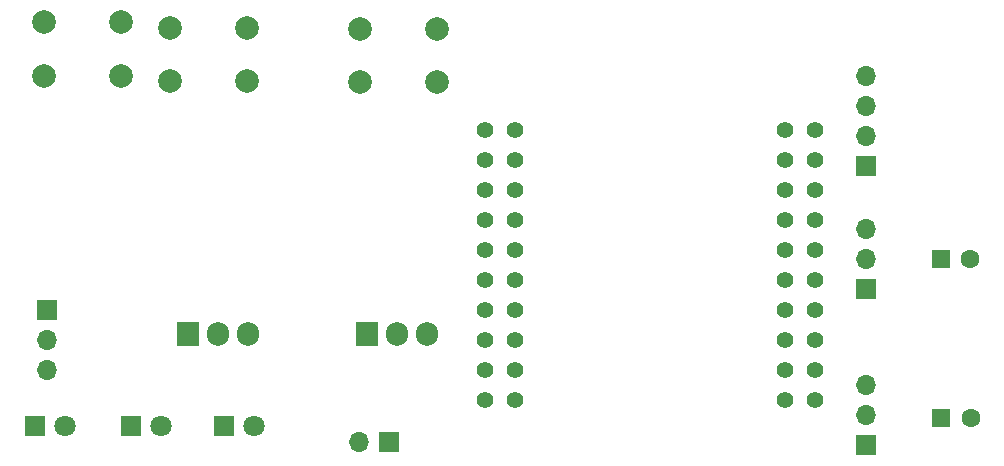
<source format=gbr>
%TF.GenerationSoftware,KiCad,Pcbnew,8.0.6*%
%TF.CreationDate,2024-11-19T15:42:44-05:00*%
%TF.ProjectId,airflow_device,61697266-6c6f-4775-9f64-65766963652e,rev?*%
%TF.SameCoordinates,Original*%
%TF.FileFunction,Soldermask,Bot*%
%TF.FilePolarity,Negative*%
%FSLAX46Y46*%
G04 Gerber Fmt 4.6, Leading zero omitted, Abs format (unit mm)*
G04 Created by KiCad (PCBNEW 8.0.6) date 2024-11-19 15:42:44*
%MOMM*%
%LPD*%
G01*
G04 APERTURE LIST*
%ADD10C,1.400000*%
%ADD11R,1.600000X1.600000*%
%ADD12C,1.600000*%
%ADD13R,1.800000X1.800000*%
%ADD14C,1.800000*%
%ADD15R,1.905000X2.000000*%
%ADD16O,1.905000X2.000000*%
%ADD17C,2.000000*%
%ADD18R,1.700000X1.700000*%
%ADD19O,1.700000X1.700000*%
G04 APERTURE END LIST*
D10*
%TO.C,U1*%
X115062000Y-81280000D03*
X117602000Y-81280000D03*
X115062000Y-83820000D03*
X117602000Y-83820000D03*
X115062000Y-86360000D03*
X117602000Y-86360000D03*
X115062000Y-88900000D03*
X117602000Y-88900000D03*
X115062000Y-91440000D03*
X117602000Y-91440000D03*
X115062000Y-93980000D03*
X117602000Y-93980000D03*
X115062000Y-96520000D03*
X117602000Y-96520000D03*
X115062000Y-99060000D03*
X117602000Y-99060000D03*
X115062000Y-101600000D03*
X117602000Y-101600000D03*
X115062000Y-104140000D03*
X117602000Y-104140000D03*
X140462000Y-81280000D03*
X143002000Y-81280000D03*
X140462000Y-83820000D03*
X143002000Y-83820000D03*
X140462000Y-86360000D03*
X143002000Y-86360000D03*
X140462000Y-88900000D03*
X143002000Y-88900000D03*
X140462000Y-91440000D03*
X143002000Y-91440000D03*
X140462000Y-93980000D03*
X143002000Y-93980000D03*
X140462000Y-96520000D03*
X143002000Y-96520000D03*
X140462000Y-99060000D03*
X143002000Y-99060000D03*
X140462000Y-101600000D03*
X143002000Y-101600000D03*
X140462000Y-104140000D03*
X143002000Y-104140000D03*
%TD*%
D11*
%TO.C,C6*%
X153710000Y-105664000D03*
D12*
X156210000Y-105664000D03*
%TD*%
D11*
%TO.C,C1*%
X153670000Y-92202000D03*
D12*
X156170000Y-92202000D03*
%TD*%
D13*
%TO.C,D2*%
X92964000Y-106299000D03*
D14*
X95504000Y-106299000D03*
%TD*%
D15*
%TO.C,U2*%
X89916000Y-98552000D03*
D16*
X92456000Y-98552000D03*
X94996000Y-98552000D03*
%TD*%
D17*
%TO.C,SW2*%
X88444000Y-72644000D03*
X94944000Y-72644000D03*
X88444000Y-77144000D03*
X94944000Y-77144000D03*
%TD*%
%TO.C,SW4*%
X77776000Y-72172000D03*
X84276000Y-72172000D03*
X77776000Y-76672000D03*
X84276000Y-76672000D03*
%TD*%
D18*
%TO.C,J2*%
X147320000Y-107935000D03*
D19*
X147320000Y-105395000D03*
X147320000Y-102855000D03*
%TD*%
D18*
%TO.C,J4*%
X106934000Y-107696000D03*
D19*
X104394000Y-107696000D03*
%TD*%
D17*
%TO.C,SW3*%
X104498000Y-72716000D03*
X110998000Y-72716000D03*
X104498000Y-77216000D03*
X110998000Y-77216000D03*
%TD*%
D18*
%TO.C,J3*%
X147320000Y-94727000D03*
D19*
X147320000Y-92187000D03*
X147320000Y-89647000D03*
%TD*%
D18*
%TO.C,J1*%
X147320000Y-84328000D03*
D19*
X147320000Y-81788000D03*
X147320000Y-79248000D03*
X147320000Y-76708000D03*
%TD*%
D13*
%TO.C,D3*%
X76962000Y-106299000D03*
D14*
X79502000Y-106299000D03*
%TD*%
D15*
%TO.C,U3*%
X105085000Y-98552000D03*
D16*
X107625000Y-98552000D03*
X110165000Y-98552000D03*
%TD*%
D18*
%TO.C,SW1*%
X77978000Y-96520000D03*
D19*
X77978000Y-99060000D03*
X77978000Y-101600000D03*
%TD*%
D13*
%TO.C,D1*%
X85090000Y-106299000D03*
D14*
X87630000Y-106299000D03*
%TD*%
M02*

</source>
